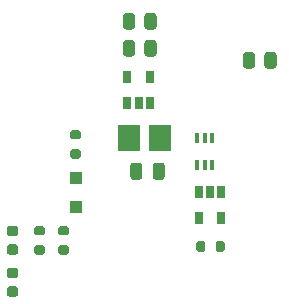
<source format=gbr>
%TF.GenerationSoftware,KiCad,Pcbnew,(5.1.9)-1*%
%TF.CreationDate,2021-06-15T19:58:51-04:00*%
%TF.ProjectId,uBMS,75424d53-2e6b-4696-9361-645f70636258,rev?*%
%TF.SameCoordinates,Original*%
%TF.FileFunction,Paste,Top*%
%TF.FilePolarity,Positive*%
%FSLAX46Y46*%
G04 Gerber Fmt 4.6, Leading zero omitted, Abs format (unit mm)*
G04 Created by KiCad (PCBNEW (5.1.9)-1) date 2021-06-15 19:58:51*
%MOMM*%
%LPD*%
G01*
G04 APERTURE LIST*
%ADD10R,0.650000X1.060000*%
%ADD11R,0.406400X0.880600*%
%ADD12R,1.825000X2.200000*%
%ADD13R,1.000000X1.000000*%
G04 APERTURE END LIST*
%TO.C,C2*%
G36*
G01*
X89466000Y-88171000D02*
X89466000Y-89121000D01*
G75*
G02*
X89216000Y-89371000I-250000J0D01*
G01*
X88716000Y-89371000D01*
G75*
G02*
X88466000Y-89121000I0J250000D01*
G01*
X88466000Y-88171000D01*
G75*
G02*
X88716000Y-87921000I250000J0D01*
G01*
X89216000Y-87921000D01*
G75*
G02*
X89466000Y-88171000I0J-250000D01*
G01*
G37*
G36*
G01*
X91366000Y-88171000D02*
X91366000Y-89121000D01*
G75*
G02*
X91116000Y-89371000I-250000J0D01*
G01*
X90616000Y-89371000D01*
G75*
G02*
X90366000Y-89121000I0J250000D01*
G01*
X90366000Y-88171000D01*
G75*
G02*
X90616000Y-87921000I250000J0D01*
G01*
X91116000Y-87921000D01*
G75*
G02*
X91366000Y-88171000I0J-250000D01*
G01*
G37*
%TD*%
%TO.C,R4*%
G36*
G01*
X83079000Y-94063000D02*
X82529000Y-94063000D01*
G75*
G02*
X82329000Y-93863000I0J200000D01*
G01*
X82329000Y-93463000D01*
G75*
G02*
X82529000Y-93263000I200000J0D01*
G01*
X83079000Y-93263000D01*
G75*
G02*
X83279000Y-93463000I0J-200000D01*
G01*
X83279000Y-93863000D01*
G75*
G02*
X83079000Y-94063000I-200000J0D01*
G01*
G37*
G36*
G01*
X83079000Y-95713000D02*
X82529000Y-95713000D01*
G75*
G02*
X82329000Y-95513000I0J200000D01*
G01*
X82329000Y-95113000D01*
G75*
G02*
X82529000Y-94913000I200000J0D01*
G01*
X83079000Y-94913000D01*
G75*
G02*
X83279000Y-95113000I0J-200000D01*
G01*
X83279000Y-95513000D01*
G75*
G02*
X83079000Y-95713000I-200000J0D01*
G01*
G37*
%TD*%
%TO.C,R2*%
G36*
G01*
X81047000Y-94063000D02*
X80497000Y-94063000D01*
G75*
G02*
X80297000Y-93863000I0J200000D01*
G01*
X80297000Y-93463000D01*
G75*
G02*
X80497000Y-93263000I200000J0D01*
G01*
X81047000Y-93263000D01*
G75*
G02*
X81247000Y-93463000I0J-200000D01*
G01*
X81247000Y-93863000D01*
G75*
G02*
X81047000Y-94063000I-200000J0D01*
G01*
G37*
G36*
G01*
X81047000Y-95713000D02*
X80497000Y-95713000D01*
G75*
G02*
X80297000Y-95513000I0J200000D01*
G01*
X80297000Y-95113000D01*
G75*
G02*
X80497000Y-94913000I200000J0D01*
G01*
X81047000Y-94913000D01*
G75*
G02*
X81247000Y-95113000I0J-200000D01*
G01*
X81247000Y-95513000D01*
G75*
G02*
X81047000Y-95713000I-200000J0D01*
G01*
G37*
%TD*%
%TO.C,DONE*%
G36*
G01*
X78742250Y-97694000D02*
X78229750Y-97694000D01*
G75*
G02*
X78011000Y-97475250I0J218750D01*
G01*
X78011000Y-97037750D01*
G75*
G02*
X78229750Y-96819000I218750J0D01*
G01*
X78742250Y-96819000D01*
G75*
G02*
X78961000Y-97037750I0J-218750D01*
G01*
X78961000Y-97475250D01*
G75*
G02*
X78742250Y-97694000I-218750J0D01*
G01*
G37*
G36*
G01*
X78742250Y-99269000D02*
X78229750Y-99269000D01*
G75*
G02*
X78011000Y-99050250I0J218750D01*
G01*
X78011000Y-98612750D01*
G75*
G02*
X78229750Y-98394000I218750J0D01*
G01*
X78742250Y-98394000D01*
G75*
G02*
X78961000Y-98612750I0J-218750D01*
G01*
X78961000Y-99050250D01*
G75*
G02*
X78742250Y-99269000I-218750J0D01*
G01*
G37*
%TD*%
%TO.C,CHG*%
G36*
G01*
X78742250Y-94138000D02*
X78229750Y-94138000D01*
G75*
G02*
X78011000Y-93919250I0J218750D01*
G01*
X78011000Y-93481750D01*
G75*
G02*
X78229750Y-93263000I218750J0D01*
G01*
X78742250Y-93263000D01*
G75*
G02*
X78961000Y-93481750I0J-218750D01*
G01*
X78961000Y-93919250D01*
G75*
G02*
X78742250Y-94138000I-218750J0D01*
G01*
G37*
G36*
G01*
X78742250Y-95713000D02*
X78229750Y-95713000D01*
G75*
G02*
X78011000Y-95494250I0J218750D01*
G01*
X78011000Y-95056750D01*
G75*
G02*
X78229750Y-94838000I218750J0D01*
G01*
X78742250Y-94838000D01*
G75*
G02*
X78961000Y-95056750I0J-218750D01*
G01*
X78961000Y-95494250D01*
G75*
G02*
X78742250Y-95713000I-218750J0D01*
G01*
G37*
%TD*%
D10*
%TO.C,U3*%
X88204000Y-80688000D03*
X90104000Y-80688000D03*
X90104000Y-82888000D03*
X89154000Y-82888000D03*
X88204000Y-82888000D03*
%TD*%
%TO.C,U2*%
X96134000Y-92624000D03*
X94234000Y-92624000D03*
X94234000Y-90424000D03*
X95184000Y-90424000D03*
X96134000Y-90424000D03*
%TD*%
D11*
%TO.C,U1*%
X94092001Y-88082602D03*
X94742000Y-88082602D03*
X95391999Y-88082602D03*
X95391999Y-85852000D03*
X94742000Y-85852000D03*
X94092001Y-85852000D03*
%TD*%
%TO.C,R3*%
G36*
G01*
X83545000Y-86785000D02*
X84095000Y-86785000D01*
G75*
G02*
X84295000Y-86985000I0J-200000D01*
G01*
X84295000Y-87385000D01*
G75*
G02*
X84095000Y-87585000I-200000J0D01*
G01*
X83545000Y-87585000D01*
G75*
G02*
X83345000Y-87385000I0J200000D01*
G01*
X83345000Y-86985000D01*
G75*
G02*
X83545000Y-86785000I200000J0D01*
G01*
G37*
G36*
G01*
X83545000Y-85135000D02*
X84095000Y-85135000D01*
G75*
G02*
X84295000Y-85335000I0J-200000D01*
G01*
X84295000Y-85735000D01*
G75*
G02*
X84095000Y-85935000I-200000J0D01*
G01*
X83545000Y-85935000D01*
G75*
G02*
X83345000Y-85735000I0J200000D01*
G01*
X83345000Y-85335000D01*
G75*
G02*
X83545000Y-85135000I200000J0D01*
G01*
G37*
%TD*%
%TO.C,R1*%
G36*
G01*
X94825000Y-94721000D02*
X94825000Y-95271000D01*
G75*
G02*
X94625000Y-95471000I-200000J0D01*
G01*
X94225000Y-95471000D01*
G75*
G02*
X94025000Y-95271000I0J200000D01*
G01*
X94025000Y-94721000D01*
G75*
G02*
X94225000Y-94521000I200000J0D01*
G01*
X94625000Y-94521000D01*
G75*
G02*
X94825000Y-94721000I0J-200000D01*
G01*
G37*
G36*
G01*
X96475000Y-94721000D02*
X96475000Y-95271000D01*
G75*
G02*
X96275000Y-95471000I-200000J0D01*
G01*
X95875000Y-95471000D01*
G75*
G02*
X95675000Y-95271000I0J200000D01*
G01*
X95675000Y-94721000D01*
G75*
G02*
X95875000Y-94521000I200000J0D01*
G01*
X96275000Y-94521000D01*
G75*
G02*
X96475000Y-94721000I0J-200000D01*
G01*
G37*
%TD*%
D12*
%TO.C,L1*%
X88374500Y-85852000D03*
X90949500Y-85852000D03*
%TD*%
D13*
%TO.C,D1*%
X83820000Y-91674000D03*
X83820000Y-89174000D03*
%TD*%
%TO.C,C4*%
G36*
G01*
X88857500Y-75495999D02*
X88857500Y-76396001D01*
G75*
G02*
X88607501Y-76646000I-249999J0D01*
G01*
X88082499Y-76646000D01*
G75*
G02*
X87832500Y-76396001I0J249999D01*
G01*
X87832500Y-75495999D01*
G75*
G02*
X88082499Y-75246000I249999J0D01*
G01*
X88607501Y-75246000D01*
G75*
G02*
X88857500Y-75495999I0J-249999D01*
G01*
G37*
G36*
G01*
X90682500Y-75495999D02*
X90682500Y-76396001D01*
G75*
G02*
X90432501Y-76646000I-249999J0D01*
G01*
X89907499Y-76646000D01*
G75*
G02*
X89657500Y-76396001I0J249999D01*
G01*
X89657500Y-75495999D01*
G75*
G02*
X89907499Y-75246000I249999J0D01*
G01*
X90432501Y-75246000D01*
G75*
G02*
X90682500Y-75495999I0J-249999D01*
G01*
G37*
%TD*%
%TO.C,C3*%
G36*
G01*
X88857500Y-77781999D02*
X88857500Y-78682001D01*
G75*
G02*
X88607501Y-78932000I-249999J0D01*
G01*
X88082499Y-78932000D01*
G75*
G02*
X87832500Y-78682001I0J249999D01*
G01*
X87832500Y-77781999D01*
G75*
G02*
X88082499Y-77532000I249999J0D01*
G01*
X88607501Y-77532000D01*
G75*
G02*
X88857500Y-77781999I0J-249999D01*
G01*
G37*
G36*
G01*
X90682500Y-77781999D02*
X90682500Y-78682001D01*
G75*
G02*
X90432501Y-78932000I-249999J0D01*
G01*
X89907499Y-78932000D01*
G75*
G02*
X89657500Y-78682001I0J249999D01*
G01*
X89657500Y-77781999D01*
G75*
G02*
X89907499Y-77532000I249999J0D01*
G01*
X90432501Y-77532000D01*
G75*
G02*
X90682500Y-77781999I0J-249999D01*
G01*
G37*
%TD*%
%TO.C,C1*%
G36*
G01*
X99017500Y-78797999D02*
X99017500Y-79698001D01*
G75*
G02*
X98767501Y-79948000I-249999J0D01*
G01*
X98242499Y-79948000D01*
G75*
G02*
X97992500Y-79698001I0J249999D01*
G01*
X97992500Y-78797999D01*
G75*
G02*
X98242499Y-78548000I249999J0D01*
G01*
X98767501Y-78548000D01*
G75*
G02*
X99017500Y-78797999I0J-249999D01*
G01*
G37*
G36*
G01*
X100842500Y-78797999D02*
X100842500Y-79698001D01*
G75*
G02*
X100592501Y-79948000I-249999J0D01*
G01*
X100067499Y-79948000D01*
G75*
G02*
X99817500Y-79698001I0J249999D01*
G01*
X99817500Y-78797999D01*
G75*
G02*
X100067499Y-78548000I249999J0D01*
G01*
X100592501Y-78548000D01*
G75*
G02*
X100842500Y-78797999I0J-249999D01*
G01*
G37*
%TD*%
M02*

</source>
